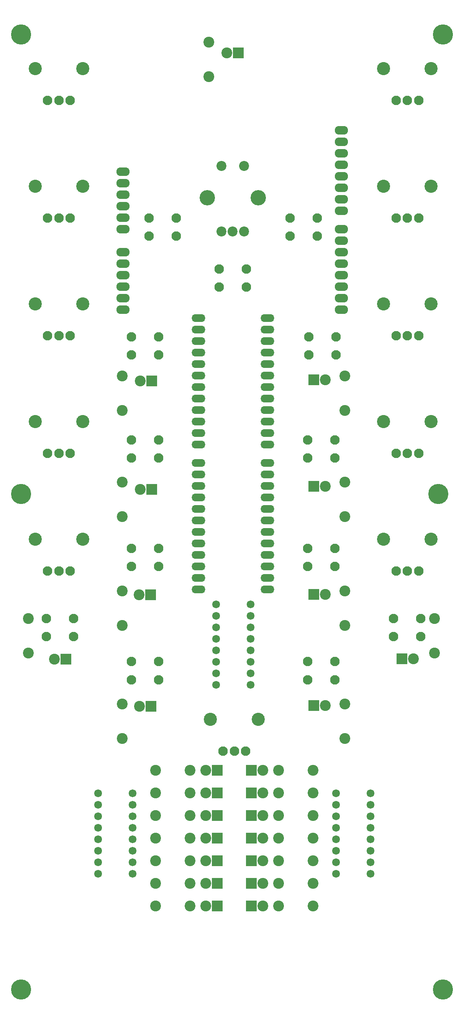
<source format=gbr>
G04 #@! TF.FileFunction,Soldermask,Bot*
%FSLAX46Y46*%
G04 Gerber Fmt 4.6, Leading zero omitted, Abs format (unit mm)*
G04 Created by KiCad (PCBNEW 4.0.6) date Friday, April 27, 2018 'PMt' 06:23:04 PM*
%MOMM*%
%LPD*%
G01*
G04 APERTURE LIST*
%ADD10C,0.100000*%
%ADD11C,4.464000*%
%ADD12C,2.200000*%
%ADD13C,3.400000*%
%ADD14C,2.900000*%
%ADD15C,2.100000*%
%ADD16R,2.400000X2.400000*%
%ADD17C,2.400000*%
%ADD18C,2.398980*%
%ADD19O,2.940000X1.924000*%
%ADD20C,1.720800*%
%ADD21O,3.041600X1.720800*%
G04 APERTURE END LIST*
D10*
D11*
X58400000Y-99700000D03*
X150600000Y-99700000D03*
X58400000Y-209200000D03*
X151600000Y-209200000D03*
X151600000Y1800000D03*
D12*
X102650000Y-27250000D03*
X102650000Y-41750000D03*
X105150000Y-41750000D03*
X107650000Y-41750000D03*
X107650000Y-27250000D03*
D13*
X110750000Y-34250000D03*
X99550000Y-34250000D03*
D14*
X149000000Y-57750000D03*
D15*
X143750000Y-64750000D03*
X146250000Y-64750000D03*
X141250000Y-64750000D03*
D14*
X138500000Y-57750000D03*
D15*
X70000000Y-131250000D03*
X64000000Y-131250000D03*
X70000000Y-127250000D03*
X64000000Y-127250000D03*
X88750000Y-140750000D03*
X82750000Y-140750000D03*
X88750000Y-136750000D03*
X82750000Y-136750000D03*
X88750000Y-115750000D03*
X82750000Y-115750000D03*
X88750000Y-111750000D03*
X82750000Y-111750000D03*
X88750000Y-91750000D03*
X82750000Y-91750000D03*
X88750000Y-87750000D03*
X82750000Y-87750000D03*
X88750000Y-69000000D03*
X82750000Y-69000000D03*
X88750000Y-65000000D03*
X82750000Y-65000000D03*
X92650000Y-42750000D03*
X86650000Y-42750000D03*
X92650000Y-38750000D03*
X86650000Y-38750000D03*
X146650000Y-131200000D03*
X140650000Y-131200000D03*
X146650000Y-127200000D03*
X140650000Y-127200000D03*
X127750000Y-140750000D03*
X121750000Y-140750000D03*
X127750000Y-136750000D03*
X121750000Y-136750000D03*
X127750000Y-115750000D03*
X121750000Y-115750000D03*
X127750000Y-111750000D03*
X121750000Y-111750000D03*
X127750000Y-91750000D03*
X121750000Y-91750000D03*
X127750000Y-87750000D03*
X121750000Y-87750000D03*
X127950000Y-69000000D03*
X121950000Y-69000000D03*
X127950000Y-65000000D03*
X121950000Y-65000000D03*
X123800000Y-42750000D03*
X117800000Y-42750000D03*
X123800000Y-38750000D03*
X117800000Y-38750000D03*
X108150000Y-54000000D03*
X102150000Y-54000000D03*
X108150000Y-50000000D03*
X102150000Y-50000000D03*
D16*
X68250000Y-136250000D03*
D17*
X65710000Y-136250000D03*
D16*
X87050000Y-146600000D03*
D17*
X84510000Y-146600000D03*
D16*
X87000000Y-122000000D03*
D17*
X84460000Y-122000000D03*
D16*
X87250000Y-98750000D03*
D17*
X84710000Y-98750000D03*
D16*
X87250000Y-74750000D03*
D17*
X84710000Y-74750000D03*
D16*
X106400000Y-2250000D03*
D17*
X103860000Y-2250000D03*
D16*
X142500000Y-136100000D03*
D17*
X145040000Y-136100000D03*
D16*
X123100000Y-146500000D03*
D17*
X125640000Y-146500000D03*
D16*
X123100000Y-121900000D03*
D17*
X125640000Y-121900000D03*
D16*
X123100000Y-98000000D03*
D17*
X125640000Y-98000000D03*
D16*
X123100000Y-74500000D03*
D17*
X125640000Y-74500000D03*
D14*
X72000000Y-109750000D03*
D15*
X66750000Y-116750000D03*
X69250000Y-116750000D03*
X64250000Y-116750000D03*
D14*
X61500000Y-109750000D03*
X72000000Y-83750000D03*
D15*
X66750000Y-90750000D03*
X69250000Y-90750000D03*
X64250000Y-90750000D03*
D14*
X61500000Y-83750000D03*
X72000000Y-57750000D03*
D15*
X66750000Y-64750000D03*
X69250000Y-64750000D03*
X64250000Y-64750000D03*
D14*
X61500000Y-57750000D03*
X72000000Y-31750000D03*
D15*
X66750000Y-38750000D03*
X69250000Y-38750000D03*
X64250000Y-38750000D03*
D14*
X61500000Y-31750000D03*
X72000000Y-5750000D03*
D15*
X66750000Y-12750000D03*
X69250000Y-12750000D03*
X64250000Y-12750000D03*
D14*
X61500000Y-5750000D03*
X110750000Y-149500000D03*
D15*
X105500000Y-156500000D03*
X108000000Y-156500000D03*
X103000000Y-156500000D03*
D14*
X100250000Y-149500000D03*
X149000000Y-109750000D03*
D15*
X143750000Y-116750000D03*
X146250000Y-116750000D03*
X141250000Y-116750000D03*
D14*
X138500000Y-109750000D03*
X149000000Y-83750000D03*
D15*
X143750000Y-90750000D03*
X146250000Y-90750000D03*
X141250000Y-90750000D03*
D14*
X138500000Y-83750000D03*
X149000000Y-31750000D03*
D15*
X143750000Y-38750000D03*
X146250000Y-38750000D03*
X141250000Y-38750000D03*
D14*
X138500000Y-31750000D03*
X149000000Y-5750000D03*
D15*
X143750000Y-12750000D03*
X146250000Y-12750000D03*
X141250000Y-12750000D03*
D14*
X138500000Y-5750000D03*
D18*
X60000000Y-127250000D03*
X60000000Y-134870000D03*
X80750000Y-153750000D03*
X80750000Y-146130000D03*
X80750000Y-128750000D03*
X80750000Y-121130000D03*
X80750000Y-104750000D03*
X80750000Y-97130000D03*
X80750000Y-81250000D03*
X80750000Y-73630000D03*
X99900000Y-7500000D03*
X99900000Y120000D03*
X149750000Y-127250000D03*
X149750000Y-134870000D03*
X129950000Y-153750000D03*
X129950000Y-146130000D03*
X129950000Y-128750000D03*
X129950000Y-121130000D03*
X129950000Y-104750000D03*
X129950000Y-97130000D03*
X129950000Y-81250000D03*
X129950000Y-73630000D03*
X95750000Y-190750000D03*
X88130000Y-190750000D03*
X95750000Y-185750000D03*
X88130000Y-185750000D03*
X95750000Y-180750000D03*
X88130000Y-180750000D03*
X95750000Y-175750000D03*
X88130000Y-175750000D03*
X95750000Y-170750000D03*
X88130000Y-170750000D03*
X95750000Y-165750000D03*
X88130000Y-165750000D03*
X95750000Y-160750000D03*
X88130000Y-160750000D03*
X115250000Y-190750000D03*
X122870000Y-190750000D03*
X115250000Y-185750000D03*
X122870000Y-185750000D03*
X115250000Y-180750000D03*
X122870000Y-180750000D03*
X115250000Y-175750000D03*
X122870000Y-175750000D03*
X115250000Y-170750000D03*
X122870000Y-170750000D03*
X115250000Y-165750000D03*
X122870000Y-165750000D03*
X115250000Y-160750000D03*
X122870000Y-160750000D03*
D19*
X80890000Y-59000000D03*
X80890000Y-56460000D03*
X80890000Y-53920000D03*
X80890000Y-46300000D03*
X80890000Y-48840000D03*
X80890000Y-51380000D03*
X80890000Y-41220000D03*
X80890000Y-38680000D03*
X80890000Y-36140000D03*
X80890000Y-31060000D03*
X80890000Y-28520000D03*
X129150000Y-59000000D03*
X129150000Y-56460000D03*
X129150000Y-53920000D03*
X129150000Y-51380000D03*
X129150000Y-48840000D03*
X129150000Y-46300000D03*
X129150000Y-43760000D03*
X129150000Y-41220000D03*
X129150000Y-37156000D03*
X129150000Y-34616000D03*
X129150000Y-32076000D03*
X129150000Y-29536000D03*
X129150000Y-26996000D03*
X129150000Y-24456000D03*
X129150000Y-21916000D03*
X129150000Y-19376000D03*
X80890000Y-33600000D03*
D16*
X101750000Y-190750000D03*
D17*
X99210000Y-190750000D03*
D16*
X101750000Y-185750000D03*
D17*
X99210000Y-185750000D03*
D16*
X101750000Y-180750000D03*
D17*
X99210000Y-180750000D03*
D16*
X101750000Y-175750000D03*
D17*
X99210000Y-175750000D03*
D16*
X101750000Y-170750000D03*
D17*
X99210000Y-170750000D03*
D16*
X101750000Y-165750000D03*
D17*
X99210000Y-165750000D03*
D16*
X101750000Y-160750000D03*
D17*
X99210000Y-160750000D03*
D16*
X109250000Y-190750000D03*
D17*
X111790000Y-190750000D03*
D16*
X109250000Y-185750000D03*
D17*
X111790000Y-185750000D03*
D16*
X109250000Y-180750000D03*
D17*
X111790000Y-180750000D03*
D16*
X109250000Y-175750000D03*
D17*
X111790000Y-175750000D03*
D16*
X109250000Y-170750000D03*
D17*
X111790000Y-170750000D03*
D16*
X109250000Y-165750000D03*
D17*
X111790000Y-165750000D03*
D16*
X109250000Y-160750000D03*
D17*
X111790000Y-160750000D03*
D20*
X101440000Y-124110000D03*
X101440000Y-126650000D03*
X101440000Y-129190000D03*
X101440000Y-131730000D03*
X101440000Y-134270000D03*
X101440000Y-136810000D03*
X101440000Y-139350000D03*
X101440000Y-141890000D03*
X109060000Y-141890000D03*
X109060000Y-139350000D03*
X109060000Y-136810000D03*
X109060000Y-134270000D03*
X109060000Y-131730000D03*
X109060000Y-129190000D03*
X109060000Y-126650000D03*
X109060000Y-124110000D03*
X83060000Y-183640000D03*
X83060000Y-181100000D03*
X83060000Y-178560000D03*
X83060000Y-176020000D03*
X83060000Y-173480000D03*
X83060000Y-170940000D03*
X83060000Y-168400000D03*
X83060000Y-165860000D03*
X75440000Y-165860000D03*
X75440000Y-168400000D03*
X75440000Y-170940000D03*
X75440000Y-173480000D03*
X75440000Y-176020000D03*
X75440000Y-178560000D03*
X75440000Y-181100000D03*
X75440000Y-183640000D03*
X127940000Y-165860000D03*
X127940000Y-168400000D03*
X127940000Y-170940000D03*
X127940000Y-173480000D03*
X127940000Y-176020000D03*
X127940000Y-178560000D03*
X127940000Y-181100000D03*
X127940000Y-183640000D03*
X135560000Y-183640000D03*
X135560000Y-181100000D03*
X135560000Y-178560000D03*
X135560000Y-176020000D03*
X135560000Y-173480000D03*
X135560000Y-170940000D03*
X135560000Y-168400000D03*
X135560000Y-165860000D03*
D11*
X58400000Y1800000D03*
D21*
X97580000Y-92830000D03*
X97580000Y-95370000D03*
X97580000Y-97910000D03*
X97580000Y-100450000D03*
X97580000Y-102990000D03*
X97580000Y-105530000D03*
X97580000Y-108070000D03*
X97580000Y-110610000D03*
X97580000Y-113150000D03*
X97580000Y-115690000D03*
X97580000Y-118230000D03*
X97580000Y-120770000D03*
X112820000Y-120770000D03*
X112820000Y-118230000D03*
X112820000Y-115690000D03*
X112820000Y-113150000D03*
X112820000Y-110610000D03*
X112820000Y-108070000D03*
X112820000Y-105530000D03*
X112820000Y-102990000D03*
X112820000Y-100450000D03*
X112820000Y-97910000D03*
X112820000Y-95370000D03*
X112820000Y-92830000D03*
X97580000Y-60830000D03*
X97580000Y-63370000D03*
X97580000Y-65910000D03*
X97580000Y-68450000D03*
X97580000Y-70990000D03*
X97580000Y-73530000D03*
X97580000Y-76070000D03*
X97580000Y-78610000D03*
X97580000Y-81150000D03*
X97580000Y-83690000D03*
X97580000Y-86230000D03*
X97580000Y-88770000D03*
X112820000Y-88770000D03*
X112820000Y-86230000D03*
X112820000Y-83690000D03*
X112820000Y-81150000D03*
X112820000Y-78610000D03*
X112820000Y-76070000D03*
X112820000Y-73530000D03*
X112820000Y-70990000D03*
X112820000Y-68450000D03*
X112820000Y-65910000D03*
X112820000Y-63370000D03*
X112820000Y-60830000D03*
M02*

</source>
